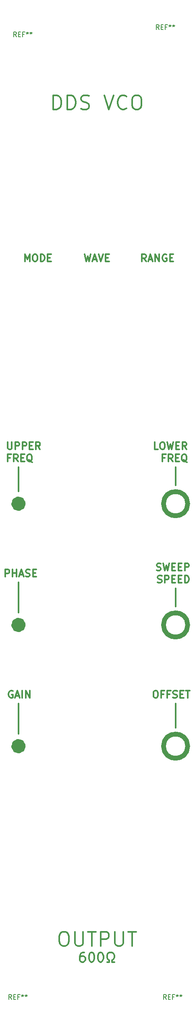
<source format=gbr>
G04 #@! TF.GenerationSoftware,KiCad,Pcbnew,(5.0.0)*
G04 #@! TF.CreationDate,2018-10-26T18:08:54+01:00*
G04 #@! TF.ProjectId,FrontPanel_AD9833FunctionGenerator,46726F6E7450616E656C5F4144393833,rev?*
G04 #@! TF.SameCoordinates,Original*
G04 #@! TF.FileFunction,Legend,Top*
G04 #@! TF.FilePolarity,Positive*
%FSLAX46Y46*%
G04 Gerber Fmt 4.6, Leading zero omitted, Abs format (unit mm)*
G04 Created by KiCad (PCBNEW (5.0.0)) date 10/26/18 18:08:54*
%MOMM*%
%LPD*%
G01*
G04 APERTURE LIST*
%ADD10C,0.300000*%
%ADD11C,1.000000*%
%ADD12C,2.000000*%
%ADD13C,0.150000*%
G04 APERTURE END LIST*
D10*
X86797714Y-49617142D02*
X86797714Y-46617142D01*
X87512000Y-46617142D01*
X87940571Y-46760000D01*
X88226285Y-47045714D01*
X88369142Y-47331428D01*
X88512000Y-47902857D01*
X88512000Y-48331428D01*
X88369142Y-48902857D01*
X88226285Y-49188571D01*
X87940571Y-49474285D01*
X87512000Y-49617142D01*
X86797714Y-49617142D01*
X89797714Y-49617142D02*
X89797714Y-46617142D01*
X90512000Y-46617142D01*
X90940571Y-46760000D01*
X91226285Y-47045714D01*
X91369142Y-47331428D01*
X91512000Y-47902857D01*
X91512000Y-48331428D01*
X91369142Y-48902857D01*
X91226285Y-49188571D01*
X90940571Y-49474285D01*
X90512000Y-49617142D01*
X89797714Y-49617142D01*
X92654857Y-49474285D02*
X93083428Y-49617142D01*
X93797714Y-49617142D01*
X94083428Y-49474285D01*
X94226285Y-49331428D01*
X94369142Y-49045714D01*
X94369142Y-48760000D01*
X94226285Y-48474285D01*
X94083428Y-48331428D01*
X93797714Y-48188571D01*
X93226285Y-48045714D01*
X92940571Y-47902857D01*
X92797714Y-47760000D01*
X92654857Y-47474285D01*
X92654857Y-47188571D01*
X92797714Y-46902857D01*
X92940571Y-46760000D01*
X93226285Y-46617142D01*
X93940571Y-46617142D01*
X94369142Y-46760000D01*
X97512000Y-46617142D02*
X98512000Y-49617142D01*
X99512000Y-46617142D01*
X102226285Y-49331428D02*
X102083428Y-49474285D01*
X101654857Y-49617142D01*
X101369142Y-49617142D01*
X100940571Y-49474285D01*
X100654857Y-49188571D01*
X100512000Y-48902857D01*
X100369142Y-48331428D01*
X100369142Y-47902857D01*
X100512000Y-47331428D01*
X100654857Y-47045714D01*
X100940571Y-46760000D01*
X101369142Y-46617142D01*
X101654857Y-46617142D01*
X102083428Y-46760000D01*
X102226285Y-46902857D01*
X104083428Y-46617142D02*
X104654857Y-46617142D01*
X104940571Y-46760000D01*
X105226285Y-47045714D01*
X105369142Y-47617142D01*
X105369142Y-48617142D01*
X105226285Y-49188571D01*
X104940571Y-49474285D01*
X104654857Y-49617142D01*
X104083428Y-49617142D01*
X103797714Y-49474285D01*
X103512000Y-49188571D01*
X103369142Y-48617142D01*
X103369142Y-47617142D01*
X103512000Y-47045714D01*
X103797714Y-46760000D01*
X104083428Y-46617142D01*
X93345333Y-226234761D02*
X92964380Y-226234761D01*
X92773904Y-226330000D01*
X92678666Y-226425238D01*
X92488190Y-226710952D01*
X92392952Y-227091904D01*
X92392952Y-227853809D01*
X92488190Y-228044285D01*
X92583428Y-228139523D01*
X92773904Y-228234761D01*
X93154857Y-228234761D01*
X93345333Y-228139523D01*
X93440571Y-228044285D01*
X93535809Y-227853809D01*
X93535809Y-227377619D01*
X93440571Y-227187142D01*
X93345333Y-227091904D01*
X93154857Y-226996666D01*
X92773904Y-226996666D01*
X92583428Y-227091904D01*
X92488190Y-227187142D01*
X92392952Y-227377619D01*
X94773904Y-226234761D02*
X94964380Y-226234761D01*
X95154857Y-226330000D01*
X95250095Y-226425238D01*
X95345333Y-226615714D01*
X95440571Y-226996666D01*
X95440571Y-227472857D01*
X95345333Y-227853809D01*
X95250095Y-228044285D01*
X95154857Y-228139523D01*
X94964380Y-228234761D01*
X94773904Y-228234761D01*
X94583428Y-228139523D01*
X94488190Y-228044285D01*
X94392952Y-227853809D01*
X94297714Y-227472857D01*
X94297714Y-226996666D01*
X94392952Y-226615714D01*
X94488190Y-226425238D01*
X94583428Y-226330000D01*
X94773904Y-226234761D01*
X96678666Y-226234761D02*
X96869142Y-226234761D01*
X97059619Y-226330000D01*
X97154857Y-226425238D01*
X97250095Y-226615714D01*
X97345333Y-226996666D01*
X97345333Y-227472857D01*
X97250095Y-227853809D01*
X97154857Y-228044285D01*
X97059619Y-228139523D01*
X96869142Y-228234761D01*
X96678666Y-228234761D01*
X96488190Y-228139523D01*
X96392952Y-228044285D01*
X96297714Y-227853809D01*
X96202476Y-227472857D01*
X96202476Y-226996666D01*
X96297714Y-226615714D01*
X96392952Y-226425238D01*
X96488190Y-226330000D01*
X96678666Y-226234761D01*
X98107238Y-228234761D02*
X98583428Y-228234761D01*
X98583428Y-227853809D01*
X98392952Y-227758571D01*
X98202476Y-227568095D01*
X98107238Y-227282380D01*
X98107238Y-226806190D01*
X98202476Y-226520476D01*
X98392952Y-226330000D01*
X98678666Y-226234761D01*
X99059619Y-226234761D01*
X99345333Y-226330000D01*
X99535809Y-226520476D01*
X99631047Y-226806190D01*
X99631047Y-227282380D01*
X99535809Y-227568095D01*
X99345333Y-227758571D01*
X99154857Y-227853809D01*
X99154857Y-228234761D01*
X99631047Y-228234761D01*
D11*
X115062000Y-132207000D02*
G75*
G03X115062000Y-132207000I-2540000J0D01*
G01*
X115062000Y-183007000D02*
G75*
G03X115062000Y-183007000I-2540000J0D01*
G01*
D10*
X112522000Y-124587000D02*
X112522000Y-128397000D01*
X79502000Y-124587000D02*
X79502000Y-129667000D01*
X112522000Y-149987000D02*
X112522000Y-153797000D01*
X79502000Y-148717000D02*
X79502000Y-155067000D01*
X79502000Y-174117000D02*
X79502000Y-180467000D01*
X112522000Y-174117000D02*
X112522000Y-179197000D01*
D12*
X80002000Y-183007000D02*
G75*
G03X80002000Y-183007000I-500000J0D01*
G01*
X80002000Y-132207000D02*
G75*
G03X80002000Y-132207000I-500000J0D01*
G01*
X80002000Y-157607000D02*
G75*
G03X80002000Y-157607000I-500000J0D01*
G01*
D11*
X115062000Y-157607000D02*
G75*
G03X115062000Y-157607000I-2540000J0D01*
G01*
D10*
X106319142Y-81450571D02*
X105819142Y-80736285D01*
X105462000Y-81450571D02*
X105462000Y-79950571D01*
X106033428Y-79950571D01*
X106176285Y-80022000D01*
X106247714Y-80093428D01*
X106319142Y-80236285D01*
X106319142Y-80450571D01*
X106247714Y-80593428D01*
X106176285Y-80664857D01*
X106033428Y-80736285D01*
X105462000Y-80736285D01*
X106890571Y-81022000D02*
X107604857Y-81022000D01*
X106747714Y-81450571D02*
X107247714Y-79950571D01*
X107747714Y-81450571D01*
X108247714Y-81450571D02*
X108247714Y-79950571D01*
X109104857Y-81450571D01*
X109104857Y-79950571D01*
X110604857Y-80022000D02*
X110462000Y-79950571D01*
X110247714Y-79950571D01*
X110033428Y-80022000D01*
X109890571Y-80164857D01*
X109819142Y-80307714D01*
X109747714Y-80593428D01*
X109747714Y-80807714D01*
X109819142Y-81093428D01*
X109890571Y-81236285D01*
X110033428Y-81379142D01*
X110247714Y-81450571D01*
X110390571Y-81450571D01*
X110604857Y-81379142D01*
X110676285Y-81307714D01*
X110676285Y-80807714D01*
X110390571Y-80807714D01*
X111319142Y-80664857D02*
X111819142Y-80664857D01*
X112033428Y-81450571D02*
X111319142Y-81450571D01*
X111319142Y-79950571D01*
X112033428Y-79950571D01*
X93404857Y-79950571D02*
X93762000Y-81450571D01*
X94047714Y-80379142D01*
X94333428Y-81450571D01*
X94690571Y-79950571D01*
X95190571Y-81022000D02*
X95904857Y-81022000D01*
X95047714Y-81450571D02*
X95547714Y-79950571D01*
X96047714Y-81450571D01*
X96333428Y-79950571D02*
X96833428Y-81450571D01*
X97333428Y-79950571D01*
X97833428Y-80664857D02*
X98333428Y-80664857D01*
X98547714Y-81450571D02*
X97833428Y-81450571D01*
X97833428Y-79950571D01*
X98547714Y-79950571D01*
X80851714Y-81450571D02*
X80851714Y-79950571D01*
X81351714Y-81022000D01*
X81851714Y-79950571D01*
X81851714Y-81450571D01*
X82851714Y-79950571D02*
X83137428Y-79950571D01*
X83280285Y-80022000D01*
X83423142Y-80164857D01*
X83494571Y-80450571D01*
X83494571Y-80950571D01*
X83423142Y-81236285D01*
X83280285Y-81379142D01*
X83137428Y-81450571D01*
X82851714Y-81450571D01*
X82708857Y-81379142D01*
X82566000Y-81236285D01*
X82494571Y-80950571D01*
X82494571Y-80450571D01*
X82566000Y-80164857D01*
X82708857Y-80022000D01*
X82851714Y-79950571D01*
X84137428Y-81450571D02*
X84137428Y-79950571D01*
X84494571Y-79950571D01*
X84708857Y-80022000D01*
X84851714Y-80164857D01*
X84923142Y-80307714D01*
X84994571Y-80593428D01*
X84994571Y-80807714D01*
X84923142Y-81093428D01*
X84851714Y-81236285D01*
X84708857Y-81379142D01*
X84494571Y-81450571D01*
X84137428Y-81450571D01*
X85637428Y-80664857D02*
X86137428Y-80664857D01*
X86351714Y-81450571D02*
X85637428Y-81450571D01*
X85637428Y-79950571D01*
X86351714Y-79950571D01*
X108200428Y-171390571D02*
X108486142Y-171390571D01*
X108629000Y-171462000D01*
X108771857Y-171604857D01*
X108843285Y-171890571D01*
X108843285Y-172390571D01*
X108771857Y-172676285D01*
X108629000Y-172819142D01*
X108486142Y-172890571D01*
X108200428Y-172890571D01*
X108057571Y-172819142D01*
X107914714Y-172676285D01*
X107843285Y-172390571D01*
X107843285Y-171890571D01*
X107914714Y-171604857D01*
X108057571Y-171462000D01*
X108200428Y-171390571D01*
X109986142Y-172104857D02*
X109486142Y-172104857D01*
X109486142Y-172890571D02*
X109486142Y-171390571D01*
X110200428Y-171390571D01*
X111271857Y-172104857D02*
X110771857Y-172104857D01*
X110771857Y-172890571D02*
X110771857Y-171390571D01*
X111486142Y-171390571D01*
X111986142Y-172819142D02*
X112200428Y-172890571D01*
X112557571Y-172890571D01*
X112700428Y-172819142D01*
X112771857Y-172747714D01*
X112843285Y-172604857D01*
X112843285Y-172462000D01*
X112771857Y-172319142D01*
X112700428Y-172247714D01*
X112557571Y-172176285D01*
X112271857Y-172104857D01*
X112129000Y-172033428D01*
X112057571Y-171962000D01*
X111986142Y-171819142D01*
X111986142Y-171676285D01*
X112057571Y-171533428D01*
X112129000Y-171462000D01*
X112271857Y-171390571D01*
X112629000Y-171390571D01*
X112843285Y-171462000D01*
X113486142Y-172104857D02*
X113986142Y-172104857D01*
X114200428Y-172890571D02*
X113486142Y-172890571D01*
X113486142Y-171390571D01*
X114200428Y-171390571D01*
X114629000Y-171390571D02*
X115486142Y-171390571D01*
X115057571Y-172890571D02*
X115057571Y-171390571D01*
X78299857Y-171462000D02*
X78157000Y-171390571D01*
X77942714Y-171390571D01*
X77728428Y-171462000D01*
X77585571Y-171604857D01*
X77514142Y-171747714D01*
X77442714Y-172033428D01*
X77442714Y-172247714D01*
X77514142Y-172533428D01*
X77585571Y-172676285D01*
X77728428Y-172819142D01*
X77942714Y-172890571D01*
X78085571Y-172890571D01*
X78299857Y-172819142D01*
X78371285Y-172747714D01*
X78371285Y-172247714D01*
X78085571Y-172247714D01*
X78942714Y-172462000D02*
X79657000Y-172462000D01*
X78799857Y-172890571D02*
X79299857Y-171390571D01*
X79799857Y-172890571D01*
X80299857Y-172890571D02*
X80299857Y-171390571D01*
X81014142Y-172890571D02*
X81014142Y-171390571D01*
X81871285Y-172890571D01*
X81871285Y-171390571D01*
X88797714Y-221877142D02*
X89369142Y-221877142D01*
X89654857Y-222020000D01*
X89940571Y-222305714D01*
X90083428Y-222877142D01*
X90083428Y-223877142D01*
X89940571Y-224448571D01*
X89654857Y-224734285D01*
X89369142Y-224877142D01*
X88797714Y-224877142D01*
X88512000Y-224734285D01*
X88226285Y-224448571D01*
X88083428Y-223877142D01*
X88083428Y-222877142D01*
X88226285Y-222305714D01*
X88512000Y-222020000D01*
X88797714Y-221877142D01*
X91369142Y-221877142D02*
X91369142Y-224305714D01*
X91512000Y-224591428D01*
X91654857Y-224734285D01*
X91940571Y-224877142D01*
X92512000Y-224877142D01*
X92797714Y-224734285D01*
X92940571Y-224591428D01*
X93083428Y-224305714D01*
X93083428Y-221877142D01*
X94083428Y-221877142D02*
X95797714Y-221877142D01*
X94940571Y-224877142D02*
X94940571Y-221877142D01*
X96797714Y-224877142D02*
X96797714Y-221877142D01*
X97940571Y-221877142D01*
X98226285Y-222020000D01*
X98369142Y-222162857D01*
X98512000Y-222448571D01*
X98512000Y-222877142D01*
X98369142Y-223162857D01*
X98226285Y-223305714D01*
X97940571Y-223448571D01*
X96797714Y-223448571D01*
X99797714Y-221877142D02*
X99797714Y-224305714D01*
X99940571Y-224591428D01*
X100083428Y-224734285D01*
X100369142Y-224877142D01*
X100940571Y-224877142D01*
X101226285Y-224734285D01*
X101369142Y-224591428D01*
X101512000Y-224305714D01*
X101512000Y-221877142D01*
X102512000Y-221877142D02*
X104226285Y-221877142D01*
X103369142Y-224877142D02*
X103369142Y-221877142D01*
X108557571Y-146144142D02*
X108771857Y-146215571D01*
X109129000Y-146215571D01*
X109271857Y-146144142D01*
X109343285Y-146072714D01*
X109414714Y-145929857D01*
X109414714Y-145787000D01*
X109343285Y-145644142D01*
X109271857Y-145572714D01*
X109129000Y-145501285D01*
X108843285Y-145429857D01*
X108700428Y-145358428D01*
X108629000Y-145287000D01*
X108557571Y-145144142D01*
X108557571Y-145001285D01*
X108629000Y-144858428D01*
X108700428Y-144787000D01*
X108843285Y-144715571D01*
X109200428Y-144715571D01*
X109414714Y-144787000D01*
X109914714Y-144715571D02*
X110271857Y-146215571D01*
X110557571Y-145144142D01*
X110843285Y-146215571D01*
X111200428Y-144715571D01*
X111771857Y-145429857D02*
X112271857Y-145429857D01*
X112486142Y-146215571D02*
X111771857Y-146215571D01*
X111771857Y-144715571D01*
X112486142Y-144715571D01*
X113129000Y-145429857D02*
X113629000Y-145429857D01*
X113843285Y-146215571D02*
X113129000Y-146215571D01*
X113129000Y-144715571D01*
X113843285Y-144715571D01*
X114486142Y-146215571D02*
X114486142Y-144715571D01*
X115057571Y-144715571D01*
X115200428Y-144787000D01*
X115271857Y-144858428D01*
X115343285Y-145001285D01*
X115343285Y-145215571D01*
X115271857Y-145358428D01*
X115200428Y-145429857D01*
X115057571Y-145501285D01*
X114486142Y-145501285D01*
X108771857Y-148694142D02*
X108986142Y-148765571D01*
X109343285Y-148765571D01*
X109486142Y-148694142D01*
X109557571Y-148622714D01*
X109629000Y-148479857D01*
X109629000Y-148337000D01*
X109557571Y-148194142D01*
X109486142Y-148122714D01*
X109343285Y-148051285D01*
X109057571Y-147979857D01*
X108914714Y-147908428D01*
X108843285Y-147837000D01*
X108771857Y-147694142D01*
X108771857Y-147551285D01*
X108843285Y-147408428D01*
X108914714Y-147337000D01*
X109057571Y-147265571D01*
X109414714Y-147265571D01*
X109629000Y-147337000D01*
X110271857Y-148765571D02*
X110271857Y-147265571D01*
X110843285Y-147265571D01*
X110986142Y-147337000D01*
X111057571Y-147408428D01*
X111129000Y-147551285D01*
X111129000Y-147765571D01*
X111057571Y-147908428D01*
X110986142Y-147979857D01*
X110843285Y-148051285D01*
X110271857Y-148051285D01*
X111771857Y-147979857D02*
X112271857Y-147979857D01*
X112486142Y-148765571D02*
X111771857Y-148765571D01*
X111771857Y-147265571D01*
X112486142Y-147265571D01*
X113129000Y-147979857D02*
X113629000Y-147979857D01*
X113843285Y-148765571D02*
X113129000Y-148765571D01*
X113129000Y-147265571D01*
X113843285Y-147265571D01*
X114486142Y-148765571D02*
X114486142Y-147265571D01*
X114843285Y-147265571D01*
X115057571Y-147337000D01*
X115200428Y-147479857D01*
X115271857Y-147622714D01*
X115343285Y-147908428D01*
X115343285Y-148122714D01*
X115271857Y-148408428D01*
X115200428Y-148551285D01*
X115057571Y-148694142D01*
X114843285Y-148765571D01*
X114486142Y-148765571D01*
X76752142Y-147490571D02*
X76752142Y-145990571D01*
X77323571Y-145990571D01*
X77466428Y-146062000D01*
X77537857Y-146133428D01*
X77609285Y-146276285D01*
X77609285Y-146490571D01*
X77537857Y-146633428D01*
X77466428Y-146704857D01*
X77323571Y-146776285D01*
X76752142Y-146776285D01*
X78252142Y-147490571D02*
X78252142Y-145990571D01*
X78252142Y-146704857D02*
X79109285Y-146704857D01*
X79109285Y-147490571D02*
X79109285Y-145990571D01*
X79752142Y-147062000D02*
X80466428Y-147062000D01*
X79609285Y-147490571D02*
X80109285Y-145990571D01*
X80609285Y-147490571D01*
X81037857Y-147419142D02*
X81252142Y-147490571D01*
X81609285Y-147490571D01*
X81752142Y-147419142D01*
X81823571Y-147347714D01*
X81895000Y-147204857D01*
X81895000Y-147062000D01*
X81823571Y-146919142D01*
X81752142Y-146847714D01*
X81609285Y-146776285D01*
X81323571Y-146704857D01*
X81180714Y-146633428D01*
X81109285Y-146562000D01*
X81037857Y-146419142D01*
X81037857Y-146276285D01*
X81109285Y-146133428D01*
X81180714Y-146062000D01*
X81323571Y-145990571D01*
X81680714Y-145990571D01*
X81895000Y-146062000D01*
X82537857Y-146704857D02*
X83037857Y-146704857D01*
X83252142Y-147490571D02*
X82537857Y-147490571D01*
X82537857Y-145990571D01*
X83252142Y-145990571D01*
X108835285Y-120815571D02*
X108121000Y-120815571D01*
X108121000Y-119315571D01*
X109621000Y-119315571D02*
X109906714Y-119315571D01*
X110049571Y-119387000D01*
X110192428Y-119529857D01*
X110263857Y-119815571D01*
X110263857Y-120315571D01*
X110192428Y-120601285D01*
X110049571Y-120744142D01*
X109906714Y-120815571D01*
X109621000Y-120815571D01*
X109478142Y-120744142D01*
X109335285Y-120601285D01*
X109263857Y-120315571D01*
X109263857Y-119815571D01*
X109335285Y-119529857D01*
X109478142Y-119387000D01*
X109621000Y-119315571D01*
X110763857Y-119315571D02*
X111121000Y-120815571D01*
X111406714Y-119744142D01*
X111692428Y-120815571D01*
X112049571Y-119315571D01*
X112621000Y-120029857D02*
X113121000Y-120029857D01*
X113335285Y-120815571D02*
X112621000Y-120815571D01*
X112621000Y-119315571D01*
X113335285Y-119315571D01*
X114835285Y-120815571D02*
X114335285Y-120101285D01*
X113978142Y-120815571D02*
X113978142Y-119315571D01*
X114549571Y-119315571D01*
X114692428Y-119387000D01*
X114763857Y-119458428D01*
X114835285Y-119601285D01*
X114835285Y-119815571D01*
X114763857Y-119958428D01*
X114692428Y-120029857D01*
X114549571Y-120101285D01*
X113978142Y-120101285D01*
X110263857Y-122579857D02*
X109763857Y-122579857D01*
X109763857Y-123365571D02*
X109763857Y-121865571D01*
X110478142Y-121865571D01*
X111906714Y-123365571D02*
X111406714Y-122651285D01*
X111049571Y-123365571D02*
X111049571Y-121865571D01*
X111621000Y-121865571D01*
X111763857Y-121937000D01*
X111835285Y-122008428D01*
X111906714Y-122151285D01*
X111906714Y-122365571D01*
X111835285Y-122508428D01*
X111763857Y-122579857D01*
X111621000Y-122651285D01*
X111049571Y-122651285D01*
X112549571Y-122579857D02*
X113049571Y-122579857D01*
X113263857Y-123365571D02*
X112549571Y-123365571D01*
X112549571Y-121865571D01*
X113263857Y-121865571D01*
X114906714Y-123508428D02*
X114763857Y-123437000D01*
X114621000Y-123294142D01*
X114406714Y-123079857D01*
X114263857Y-123008428D01*
X114121000Y-123008428D01*
X114192428Y-123365571D02*
X114049571Y-123294142D01*
X113906714Y-123151285D01*
X113835285Y-122865571D01*
X113835285Y-122365571D01*
X113906714Y-122079857D01*
X114049571Y-121937000D01*
X114192428Y-121865571D01*
X114478142Y-121865571D01*
X114621000Y-121937000D01*
X114763857Y-122079857D01*
X114835285Y-122365571D01*
X114835285Y-122865571D01*
X114763857Y-123151285D01*
X114621000Y-123294142D01*
X114478142Y-123365571D01*
X114192428Y-123365571D01*
X77260142Y-119315571D02*
X77260142Y-120529857D01*
X77331571Y-120672714D01*
X77403000Y-120744142D01*
X77545857Y-120815571D01*
X77831571Y-120815571D01*
X77974428Y-120744142D01*
X78045857Y-120672714D01*
X78117285Y-120529857D01*
X78117285Y-119315571D01*
X78831571Y-120815571D02*
X78831571Y-119315571D01*
X79403000Y-119315571D01*
X79545857Y-119387000D01*
X79617285Y-119458428D01*
X79688714Y-119601285D01*
X79688714Y-119815571D01*
X79617285Y-119958428D01*
X79545857Y-120029857D01*
X79403000Y-120101285D01*
X78831571Y-120101285D01*
X80331571Y-120815571D02*
X80331571Y-119315571D01*
X80903000Y-119315571D01*
X81045857Y-119387000D01*
X81117285Y-119458428D01*
X81188714Y-119601285D01*
X81188714Y-119815571D01*
X81117285Y-119958428D01*
X81045857Y-120029857D01*
X80903000Y-120101285D01*
X80331571Y-120101285D01*
X81831571Y-120029857D02*
X82331571Y-120029857D01*
X82545857Y-120815571D02*
X81831571Y-120815571D01*
X81831571Y-119315571D01*
X82545857Y-119315571D01*
X84045857Y-120815571D02*
X83545857Y-120101285D01*
X83188714Y-120815571D02*
X83188714Y-119315571D01*
X83760142Y-119315571D01*
X83903000Y-119387000D01*
X83974428Y-119458428D01*
X84045857Y-119601285D01*
X84045857Y-119815571D01*
X83974428Y-119958428D01*
X83903000Y-120029857D01*
X83760142Y-120101285D01*
X83188714Y-120101285D01*
X77760142Y-122579857D02*
X77260142Y-122579857D01*
X77260142Y-123365571D02*
X77260142Y-121865571D01*
X77974428Y-121865571D01*
X79403000Y-123365571D02*
X78903000Y-122651285D01*
X78545857Y-123365571D02*
X78545857Y-121865571D01*
X79117285Y-121865571D01*
X79260142Y-121937000D01*
X79331571Y-122008428D01*
X79403000Y-122151285D01*
X79403000Y-122365571D01*
X79331571Y-122508428D01*
X79260142Y-122579857D01*
X79117285Y-122651285D01*
X78545857Y-122651285D01*
X80045857Y-122579857D02*
X80545857Y-122579857D01*
X80760142Y-123365571D02*
X80045857Y-123365571D01*
X80045857Y-121865571D01*
X80760142Y-121865571D01*
X82403000Y-123508428D02*
X82260142Y-123437000D01*
X82117285Y-123294142D01*
X81903000Y-123079857D01*
X81760142Y-123008428D01*
X81617285Y-123008428D01*
X81688714Y-123365571D02*
X81545857Y-123294142D01*
X81403000Y-123151285D01*
X81331571Y-122865571D01*
X81331571Y-122365571D01*
X81403000Y-122079857D01*
X81545857Y-121937000D01*
X81688714Y-121865571D01*
X81974428Y-121865571D01*
X82117285Y-121937000D01*
X82260142Y-122079857D01*
X82331571Y-122365571D01*
X82331571Y-122865571D01*
X82260142Y-123151285D01*
X82117285Y-123294142D01*
X81974428Y-123365571D01*
X81688714Y-123365571D01*
G04 #@! TO.C,REF\002A\002A*
D13*
X110553666Y-236037380D02*
X110220333Y-235561190D01*
X109982238Y-236037380D02*
X109982238Y-235037380D01*
X110363190Y-235037380D01*
X110458428Y-235085000D01*
X110506047Y-235132619D01*
X110553666Y-235227857D01*
X110553666Y-235370714D01*
X110506047Y-235465952D01*
X110458428Y-235513571D01*
X110363190Y-235561190D01*
X109982238Y-235561190D01*
X110982238Y-235513571D02*
X111315571Y-235513571D01*
X111458428Y-236037380D02*
X110982238Y-236037380D01*
X110982238Y-235037380D01*
X111458428Y-235037380D01*
X112220333Y-235513571D02*
X111887000Y-235513571D01*
X111887000Y-236037380D02*
X111887000Y-235037380D01*
X112363190Y-235037380D01*
X112887000Y-235037380D02*
X112887000Y-235275476D01*
X112648904Y-235180238D02*
X112887000Y-235275476D01*
X113125095Y-235180238D01*
X112744142Y-235465952D02*
X112887000Y-235275476D01*
X113029857Y-235465952D01*
X113648904Y-235037380D02*
X113648904Y-235275476D01*
X113410809Y-235180238D02*
X113648904Y-235275476D01*
X113887000Y-235180238D01*
X113506047Y-235465952D02*
X113648904Y-235275476D01*
X113791761Y-235465952D01*
X78041666Y-236037380D02*
X77708333Y-235561190D01*
X77470238Y-236037380D02*
X77470238Y-235037380D01*
X77851190Y-235037380D01*
X77946428Y-235085000D01*
X77994047Y-235132619D01*
X78041666Y-235227857D01*
X78041666Y-235370714D01*
X77994047Y-235465952D01*
X77946428Y-235513571D01*
X77851190Y-235561190D01*
X77470238Y-235561190D01*
X78470238Y-235513571D02*
X78803571Y-235513571D01*
X78946428Y-236037380D02*
X78470238Y-236037380D01*
X78470238Y-235037380D01*
X78946428Y-235037380D01*
X79708333Y-235513571D02*
X79375000Y-235513571D01*
X79375000Y-236037380D02*
X79375000Y-235037380D01*
X79851190Y-235037380D01*
X80375000Y-235037380D02*
X80375000Y-235275476D01*
X80136904Y-235180238D02*
X80375000Y-235275476D01*
X80613095Y-235180238D01*
X80232142Y-235465952D02*
X80375000Y-235275476D01*
X80517857Y-235465952D01*
X81136904Y-235037380D02*
X81136904Y-235275476D01*
X80898809Y-235180238D02*
X81136904Y-235275476D01*
X81375000Y-235180238D01*
X80994047Y-235465952D02*
X81136904Y-235275476D01*
X81279761Y-235465952D01*
X109029666Y-32837380D02*
X108696333Y-32361190D01*
X108458238Y-32837380D02*
X108458238Y-31837380D01*
X108839190Y-31837380D01*
X108934428Y-31885000D01*
X108982047Y-31932619D01*
X109029666Y-32027857D01*
X109029666Y-32170714D01*
X108982047Y-32265952D01*
X108934428Y-32313571D01*
X108839190Y-32361190D01*
X108458238Y-32361190D01*
X109458238Y-32313571D02*
X109791571Y-32313571D01*
X109934428Y-32837380D02*
X109458238Y-32837380D01*
X109458238Y-31837380D01*
X109934428Y-31837380D01*
X110696333Y-32313571D02*
X110363000Y-32313571D01*
X110363000Y-32837380D02*
X110363000Y-31837380D01*
X110839190Y-31837380D01*
X111363000Y-31837380D02*
X111363000Y-32075476D01*
X111124904Y-31980238D02*
X111363000Y-32075476D01*
X111601095Y-31980238D01*
X111220142Y-32265952D02*
X111363000Y-32075476D01*
X111505857Y-32265952D01*
X112124904Y-31837380D02*
X112124904Y-32075476D01*
X111886809Y-31980238D02*
X112124904Y-32075476D01*
X112363000Y-31980238D01*
X111982047Y-32265952D02*
X112124904Y-32075476D01*
X112267761Y-32265952D01*
X79057666Y-34361380D02*
X78724333Y-33885190D01*
X78486238Y-34361380D02*
X78486238Y-33361380D01*
X78867190Y-33361380D01*
X78962428Y-33409000D01*
X79010047Y-33456619D01*
X79057666Y-33551857D01*
X79057666Y-33694714D01*
X79010047Y-33789952D01*
X78962428Y-33837571D01*
X78867190Y-33885190D01*
X78486238Y-33885190D01*
X79486238Y-33837571D02*
X79819571Y-33837571D01*
X79962428Y-34361380D02*
X79486238Y-34361380D01*
X79486238Y-33361380D01*
X79962428Y-33361380D01*
X80724333Y-33837571D02*
X80391000Y-33837571D01*
X80391000Y-34361380D02*
X80391000Y-33361380D01*
X80867190Y-33361380D01*
X81391000Y-33361380D02*
X81391000Y-33599476D01*
X81152904Y-33504238D02*
X81391000Y-33599476D01*
X81629095Y-33504238D01*
X81248142Y-33789952D02*
X81391000Y-33599476D01*
X81533857Y-33789952D01*
X82152904Y-33361380D02*
X82152904Y-33599476D01*
X81914809Y-33504238D02*
X82152904Y-33599476D01*
X82391000Y-33504238D01*
X82010047Y-33789952D02*
X82152904Y-33599476D01*
X82295761Y-33789952D01*
G04 #@! TD*
M02*

</source>
